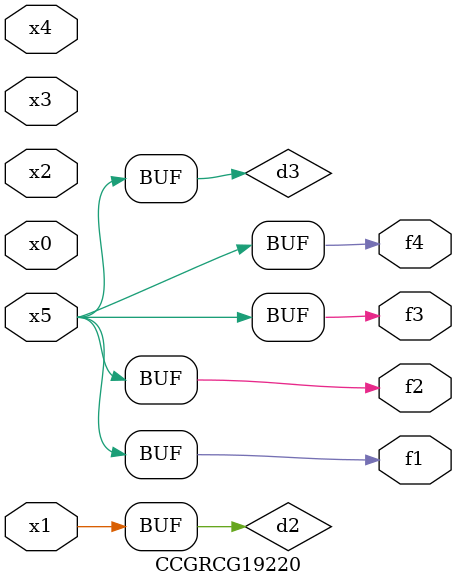
<source format=v>
module CCGRCG19220(
	input x0, x1, x2, x3, x4, x5,
	output f1, f2, f3, f4
);

	wire d1, d2, d3;

	not (d1, x5);
	or (d2, x1);
	xnor (d3, d1);
	assign f1 = d3;
	assign f2 = d3;
	assign f3 = d3;
	assign f4 = d3;
endmodule

</source>
